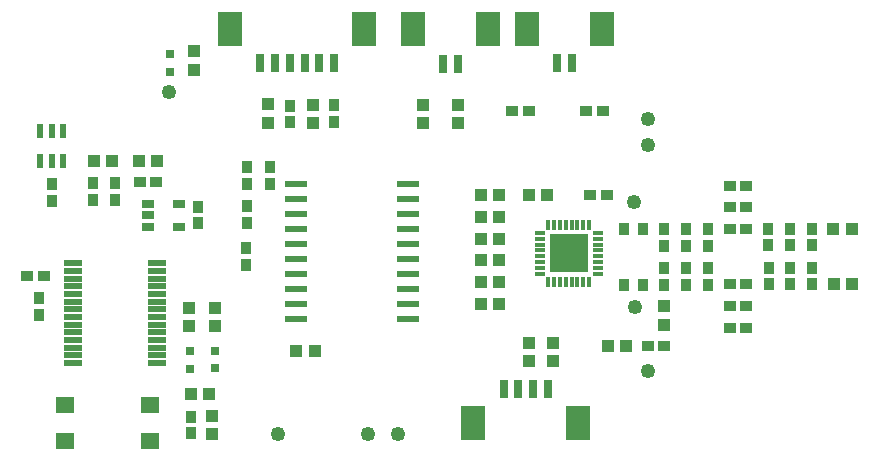
<source format=gbr>
%TF.GenerationSoftware,Altium Limited,Altium Designer,23.9.2 (47)*%
G04 Layer_Color=8421504*
%FSLAX45Y45*%
%MOMM*%
%TF.SameCoordinates,CBF7E160-FA54-4A09-933F-9C1B5268631E*%
%TF.FilePolarity,Positive*%
%TF.FileFunction,Paste,Top*%
%TF.Part,Single*%
G01*
G75*
%TA.AperFunction,SMDPad,CuDef*%
%ADD10R,1.60000X1.40000*%
%ADD11R,0.60000X1.20000*%
%ADD12R,1.00000X0.66000*%
%ADD13R,1.60000X0.50000*%
%ADD14R,1.95000X0.60000*%
%ADD15R,1.00000X1.00000*%
%ADD16R,0.30000X0.85000*%
%ADD17R,0.85000X0.30000*%
%ADD18R,3.25000X3.25000*%
%ADD19C,1.25000*%
%TA.AperFunction,ConnectorPad*%
%ADD20R,0.80000X1.60000*%
%ADD21R,2.10000X3.00000*%
%TA.AperFunction,SMDPad,CuDef*%
%ADD22R,0.80000X1.60000*%
%ADD23R,2.10000X3.00000*%
%ADD24R,0.80000X1.60000*%
%ADD25R,2.10000X3.00000*%
%ADD26R,0.80000X0.80000*%
%ADD27R,0.92000X0.98000*%
%ADD28R,1.02000X0.98000*%
%ADD29R,0.95000X1.10000*%
%ADD30R,1.10000X0.95000*%
%ADD31R,1.00000X1.00000*%
D10*
X6710000Y5519000D02*
D03*
Y5819000D02*
D03*
X7430000Y5519000D02*
D03*
Y5819000D02*
D03*
D11*
X6692575Y7889000D02*
D03*
X6597575D02*
D03*
X6502575D02*
D03*
Y8139000D02*
D03*
X6597575D02*
D03*
X6692575D02*
D03*
D12*
X7416000Y7522000D02*
D03*
Y7427000D02*
D03*
Y7332000D02*
D03*
X7676000Y7522000D02*
D03*
Y7332000D02*
D03*
D13*
X7487000Y6177500D02*
D03*
Y6242500D02*
D03*
Y6307500D02*
D03*
Y6372500D02*
D03*
Y6437500D02*
D03*
Y6502500D02*
D03*
Y6567500D02*
D03*
Y6632500D02*
D03*
Y6697500D02*
D03*
Y6762500D02*
D03*
Y6827500D02*
D03*
Y6892500D02*
D03*
Y6957500D02*
D03*
Y7022500D02*
D03*
X6777000Y6177500D02*
D03*
Y6242500D02*
D03*
Y6307500D02*
D03*
Y6372500D02*
D03*
Y6437500D02*
D03*
Y6502500D02*
D03*
Y6567500D02*
D03*
Y6632500D02*
D03*
Y6697500D02*
D03*
Y6762500D02*
D03*
Y6827500D02*
D03*
Y6892500D02*
D03*
Y6957500D02*
D03*
Y7022500D02*
D03*
D14*
X8671000Y7691500D02*
D03*
Y7564500D02*
D03*
Y7437500D02*
D03*
Y7310500D02*
D03*
Y7183500D02*
D03*
Y7056500D02*
D03*
Y6929500D02*
D03*
Y6802500D02*
D03*
Y6675500D02*
D03*
Y6548500D02*
D03*
X9611000Y7691500D02*
D03*
Y7564500D02*
D03*
Y7437500D02*
D03*
Y7310500D02*
D03*
Y7183500D02*
D03*
Y7056500D02*
D03*
Y6929500D02*
D03*
Y6802500D02*
D03*
Y6675500D02*
D03*
Y6548500D02*
D03*
D15*
X7333500Y7889000D02*
D03*
X7488500D02*
D03*
X8825500Y6280000D02*
D03*
X8670500D02*
D03*
X10637500Y7597000D02*
D03*
X10792500D02*
D03*
X11459500Y6320000D02*
D03*
X11304500D02*
D03*
X13218500Y6843000D02*
D03*
X13373500D02*
D03*
X13372501Y7314000D02*
D03*
X13217500D02*
D03*
X7779500Y5913425D02*
D03*
X7934500D02*
D03*
X10232500Y7596000D02*
D03*
X10387500D02*
D03*
X10232500Y7229000D02*
D03*
X10387500D02*
D03*
X10232500Y7046000D02*
D03*
X10387500D02*
D03*
X10233500Y6863000D02*
D03*
X10388500D02*
D03*
X10233500Y7414000D02*
D03*
X10388500D02*
D03*
X10388500Y6680000D02*
D03*
X10233500D02*
D03*
D16*
X10800000Y6860000D02*
D03*
X10850000D02*
D03*
X10900000D02*
D03*
X10950000D02*
D03*
X11000000D02*
D03*
X11050000D02*
D03*
X11100000D02*
D03*
X11150000D02*
D03*
Y7350000D02*
D03*
X11100000D02*
D03*
X11050000D02*
D03*
X11000000D02*
D03*
X10950000D02*
D03*
X10900000D02*
D03*
X10850000D02*
D03*
X10800000D02*
D03*
D17*
X11220000Y6930000D02*
D03*
Y6980000D02*
D03*
Y7030000D02*
D03*
Y7080000D02*
D03*
Y7130000D02*
D03*
Y7180000D02*
D03*
Y7230000D02*
D03*
Y7280000D02*
D03*
X10730000D02*
D03*
Y7230000D02*
D03*
Y7180000D02*
D03*
Y7130000D02*
D03*
Y7080000D02*
D03*
Y7030000D02*
D03*
Y6980000D02*
D03*
Y6930000D02*
D03*
D18*
X10975000Y7105000D02*
D03*
D19*
X7589000Y8474000D02*
D03*
X11532000Y7543000D02*
D03*
X9530000Y5577000D02*
D03*
X9276000Y5580000D02*
D03*
X8513000D02*
D03*
X11650000Y8025000D02*
D03*
Y8246000D02*
D03*
X11646000Y6109000D02*
D03*
X11533000Y6649000D02*
D03*
D20*
X8990000Y8719000D02*
D03*
X8865000D02*
D03*
X8740000D02*
D03*
X8615000D02*
D03*
X8490000D02*
D03*
X8365000D02*
D03*
D21*
X8110000Y9009000D02*
D03*
X9245000D02*
D03*
D22*
X10549500Y5958000D02*
D03*
X10424500D02*
D03*
X10674500D02*
D03*
X10799500D02*
D03*
D23*
X10169500Y5668000D02*
D03*
X11054500D02*
D03*
D24*
X10878500Y8714000D02*
D03*
X11003500D02*
D03*
X9915500Y8712000D02*
D03*
X10040500D02*
D03*
D25*
X10623500Y9004000D02*
D03*
X11258500D02*
D03*
X9660500Y9002000D02*
D03*
X10295500D02*
D03*
D26*
X7600000Y8793000D02*
D03*
Y8643000D02*
D03*
X7977826Y6281000D02*
D03*
Y6131000D02*
D03*
X7767000Y6280000D02*
D03*
Y6130000D02*
D03*
D27*
X11445000Y7312000D02*
D03*
X11603000D02*
D03*
X11445000Y6840000D02*
D03*
X11603000D02*
D03*
D28*
X7108575Y7890000D02*
D03*
X6960575D02*
D03*
D29*
X13036000Y7314000D02*
D03*
Y7174000D02*
D03*
X6950575Y7558000D02*
D03*
Y7698000D02*
D03*
X7131575Y7558000D02*
D03*
Y7698000D02*
D03*
X7835000Y7500000D02*
D03*
Y7360000D02*
D03*
X8248000Y7834000D02*
D03*
Y7694000D02*
D03*
X8448000Y7834000D02*
D03*
Y7694000D02*
D03*
X11784000Y6980575D02*
D03*
Y6840575D02*
D03*
X11783000Y7311000D02*
D03*
Y7171000D02*
D03*
X12668000Y6985000D02*
D03*
Y6845000D02*
D03*
X12667000Y7315426D02*
D03*
Y7175426D02*
D03*
X7779000Y5722000D02*
D03*
Y5582000D02*
D03*
X8248000Y7503574D02*
D03*
Y7363574D02*
D03*
X8245000Y7150000D02*
D03*
Y7010000D02*
D03*
X8615000Y8355000D02*
D03*
Y8215000D02*
D03*
X8991000Y8359224D02*
D03*
Y8219224D02*
D03*
X6598000Y7551000D02*
D03*
Y7691000D02*
D03*
X6491000Y6587000D02*
D03*
Y6727000D02*
D03*
X11967000Y6980575D02*
D03*
Y6840575D02*
D03*
X12151000Y6981575D02*
D03*
Y6841575D02*
D03*
X12852000Y6984000D02*
D03*
Y6844000D02*
D03*
X13036000Y6983000D02*
D03*
Y6843000D02*
D03*
X11967000Y7311000D02*
D03*
Y7171000D02*
D03*
X12151000Y7312000D02*
D03*
Y7172000D02*
D03*
X12852000Y7314426D02*
D03*
Y7174426D02*
D03*
D30*
X7343000Y7706000D02*
D03*
X7483000D02*
D03*
X6533000Y6912425D02*
D03*
X6393000D02*
D03*
X11265000Y8307000D02*
D03*
X11125000D02*
D03*
X10498000Y8310000D02*
D03*
X10638000D02*
D03*
X11786000Y6320075D02*
D03*
X11646000D02*
D03*
X11296000Y7602000D02*
D03*
X11156000D02*
D03*
X12340000Y6843000D02*
D03*
X12480000D02*
D03*
X12339000Y7313000D02*
D03*
X12479000D02*
D03*
X12340000Y6660000D02*
D03*
X12480000D02*
D03*
X12341000Y6477000D02*
D03*
X12481000D02*
D03*
X12339000Y7496000D02*
D03*
X12479000D02*
D03*
X12340000Y7679000D02*
D03*
X12480000D02*
D03*
D31*
X7978000Y6643500D02*
D03*
Y6488500D02*
D03*
X7765000Y6642500D02*
D03*
Y6487500D02*
D03*
X10639000Y6347500D02*
D03*
Y6192500D02*
D03*
X10844000Y6346500D02*
D03*
Y6191500D02*
D03*
X9741000Y8206500D02*
D03*
Y8361500D02*
D03*
X10041000Y8207500D02*
D03*
Y8362500D02*
D03*
X11784000Y6501000D02*
D03*
Y6656000D02*
D03*
X7959425Y5574500D02*
D03*
Y5729500D02*
D03*
X8430149Y8366500D02*
D03*
Y8211500D02*
D03*
X8807000Y8363500D02*
D03*
Y8208500D02*
D03*
X7804000Y8660500D02*
D03*
Y8815500D02*
D03*
%TF.MD5,cd2187bbac6a692c522159f7de98e605*%
M02*

</source>
